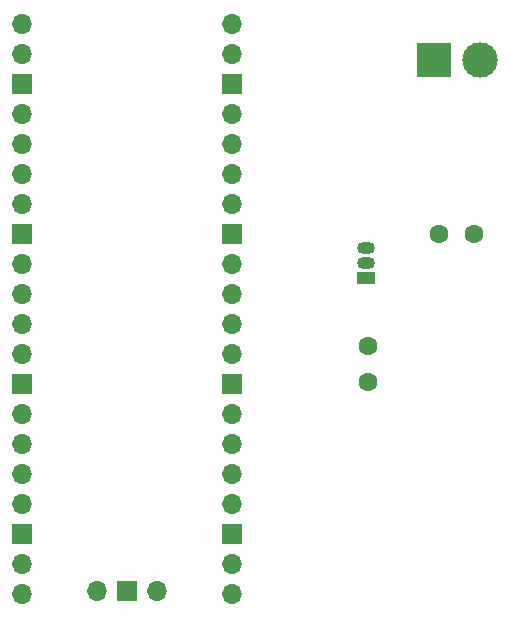
<source format=gbr>
%TF.GenerationSoftware,KiCad,Pcbnew,8.0.0*%
%TF.CreationDate,2024-03-28T11:04:24-03:00*%
%TF.ProjectId,PonderadaSemana6,506f6e64-6572-4616-9461-53656d616e61,rev?*%
%TF.SameCoordinates,Original*%
%TF.FileFunction,Copper,L2,Bot*%
%TF.FilePolarity,Positive*%
%FSLAX46Y46*%
G04 Gerber Fmt 4.6, Leading zero omitted, Abs format (unit mm)*
G04 Created by KiCad (PCBNEW 8.0.0) date 2024-03-28 11:04:24*
%MOMM*%
%LPD*%
G01*
G04 APERTURE LIST*
%TA.AperFunction,ComponentPad*%
%ADD10O,1.700000X1.700000*%
%TD*%
%TA.AperFunction,ComponentPad*%
%ADD11R,1.700000X1.700000*%
%TD*%
%TA.AperFunction,ComponentPad*%
%ADD12C,1.600000*%
%TD*%
%TA.AperFunction,ComponentPad*%
%ADD13R,1.500000X1.050000*%
%TD*%
%TA.AperFunction,ComponentPad*%
%ADD14O,1.500000X1.050000*%
%TD*%
%TA.AperFunction,ComponentPad*%
%ADD15R,3.000000X3.000000*%
%TD*%
%TA.AperFunction,ComponentPad*%
%ADD16C,3.000000*%
%TD*%
G04 APERTURE END LIST*
D10*
%TO.P,U2,1,GPIO0*%
%TO.N,unconnected-(U2-GPIO0-Pad1)*%
X116220000Y-73740000D03*
%TO.P,U2,2,GPIO1*%
%TO.N,unconnected-(U2-GPIO1-Pad2)*%
X116220000Y-76280000D03*
D11*
%TO.P,U2,3,GND*%
%TO.N,unconnected-(U2-GND-Pad3)*%
X116220000Y-78820000D03*
D10*
%TO.P,U2,4,GPIO2*%
%TO.N,unconnected-(U2-GPIO2-Pad4)*%
X116220000Y-81360000D03*
%TO.P,U2,5,GPIO3*%
%TO.N,unconnected-(U2-GPIO3-Pad5)*%
X116220000Y-83900000D03*
%TO.P,U2,6,GPIO4*%
%TO.N,unconnected-(U2-GPIO4-Pad6)*%
X116220000Y-86440000D03*
%TO.P,U2,7,GPIO5*%
%TO.N,unconnected-(U2-GPIO5-Pad7)*%
X116220000Y-88980000D03*
D11*
%TO.P,U2,8,GND*%
%TO.N,unconnected-(U2-GND-Pad8)*%
X116220000Y-91520000D03*
D10*
%TO.P,U2,9,GPIO6*%
%TO.N,unconnected-(U2-GPIO6-Pad9)*%
X116220000Y-94060000D03*
%TO.P,U2,10,GPIO7*%
%TO.N,unconnected-(U2-GPIO7-Pad10)*%
X116220000Y-96600000D03*
%TO.P,U2,11,GPIO8*%
%TO.N,unconnected-(U2-GPIO8-Pad11)*%
X116220000Y-99140000D03*
%TO.P,U2,12,GPIO9*%
%TO.N,unconnected-(U2-GPIO9-Pad12)*%
X116220000Y-101680000D03*
D11*
%TO.P,U2,13,GND*%
%TO.N,unconnected-(U2-GND-Pad13)*%
X116220000Y-104220000D03*
D10*
%TO.P,U2,14,GPIO10*%
%TO.N,unconnected-(U2-GPIO10-Pad14)*%
X116220000Y-106760000D03*
%TO.P,U2,15,GPIO11*%
%TO.N,unconnected-(U2-GPIO11-Pad15)*%
X116220000Y-109300000D03*
%TO.P,U2,16,GPIO12*%
%TO.N,unconnected-(U2-GPIO12-Pad16)*%
X116220000Y-111840000D03*
%TO.P,U2,17,GPIO13*%
%TO.N,unconnected-(U2-GPIO13-Pad17)*%
X116220000Y-114380000D03*
D11*
%TO.P,U2,18,GND*%
%TO.N,unconnected-(U2-GND-Pad18)*%
X116220000Y-116920000D03*
D10*
%TO.P,U2,19,GPIO14*%
%TO.N,unconnected-(U2-GPIO14-Pad19)*%
X116220000Y-119460000D03*
%TO.P,U2,20,GPIO15*%
%TO.N,unconnected-(U2-GPIO15-Pad20)*%
X116220000Y-122000000D03*
%TO.P,U2,21,GPIO16*%
%TO.N,unconnected-(U2-GPIO16-Pad21)*%
X134000000Y-122000000D03*
%TO.P,U2,22,GPIO17*%
%TO.N,unconnected-(U2-GPIO17-Pad22)*%
X134000000Y-119460000D03*
D11*
%TO.P,U2,23,GND*%
%TO.N,unconnected-(U2-GND-Pad23)*%
X134000000Y-116920000D03*
D10*
%TO.P,U2,24,GPIO18*%
%TO.N,unconnected-(U2-GPIO18-Pad24)*%
X134000000Y-114380000D03*
%TO.P,U2,25,GPIO19*%
%TO.N,unconnected-(U2-GPIO19-Pad25)*%
X134000000Y-111840000D03*
%TO.P,U2,26,GPIO20*%
%TO.N,unconnected-(U2-GPIO20-Pad26)*%
X134000000Y-109300000D03*
%TO.P,U2,27,GPIO21*%
%TO.N,unconnected-(U2-GPIO21-Pad27)*%
X134000000Y-106760000D03*
D11*
%TO.P,U2,28,GND*%
%TO.N,unconnected-(U2-GND-Pad28)*%
X134000000Y-104220000D03*
D10*
%TO.P,U2,29,GPIO22*%
%TO.N,unconnected-(U2-GPIO22-Pad29)*%
X134000000Y-101680000D03*
%TO.P,U2,30,RUN*%
%TO.N,unconnected-(U2-RUN-Pad30)*%
X134000000Y-99140000D03*
%TO.P,U2,31,GPIO26_ADC0*%
%TO.N,unconnected-(U2-GPIO26_ADC0-Pad31)*%
X134000000Y-96600000D03*
%TO.P,U2,32,GPIO27_ADC1*%
%TO.N,unconnected-(U2-GPIO27_ADC1-Pad32)*%
X134000000Y-94060000D03*
D11*
%TO.P,U2,33,AGND*%
%TO.N,unconnected-(U2-AGND-Pad33)*%
X134000000Y-91520000D03*
D10*
%TO.P,U2,34,GPIO28_ADC2*%
%TO.N,unconnected-(U2-GPIO28_ADC2-Pad34)*%
X134000000Y-88980000D03*
%TO.P,U2,35,ADC_VREF*%
%TO.N,unconnected-(U2-ADC_VREF-Pad35)*%
X134000000Y-86440000D03*
%TO.P,U2,36,3V3*%
%TO.N,3v3*%
X134000000Y-83900000D03*
%TO.P,U2,37,3V3_EN*%
%TO.N,unconnected-(U2-3V3_EN-Pad37)*%
X134000000Y-81360000D03*
D11*
%TO.P,U2,38,GND*%
%TO.N,Net-(R5-Pad1)*%
X134000000Y-78820000D03*
D10*
%TO.P,U2,39,VSYS*%
%TO.N,VSYS*%
X134000000Y-76280000D03*
%TO.P,U2,40,VBUS*%
%TO.N,unconnected-(U2-VBUS-Pad40)*%
X134000000Y-73740000D03*
%TO.P,U2,41,SWCLK*%
%TO.N,unconnected-(U2-SWCLK-Pad41)*%
X122570000Y-121770000D03*
D11*
%TO.P,U2,42,GND*%
%TO.N,unconnected-(U2-GND-Pad42)*%
X125110000Y-121770000D03*
D10*
%TO.P,U2,43,SWDIO*%
%TO.N,unconnected-(U2-SWDIO-Pad43)*%
X127650000Y-121770000D03*
%TD*%
D12*
%TO.P,R7,1*%
%TO.N,Net-(D2-A)*%
X145500000Y-104000000D03*
%TO.P,R7,2*%
%TO.N,Net-(Q2-C)*%
X145500000Y-101000000D03*
%TD*%
%TO.P,R5,1*%
%TO.N,Net-(R5-Pad1)*%
X151500000Y-91500000D03*
%TO.P,R5,2*%
%TO.N,Net-(Q2-B)*%
X154500000Y-91500000D03*
%TD*%
D13*
%TO.P,Q2,1,C*%
%TO.N,Net-(Q2-C)*%
X145360000Y-95270000D03*
D14*
%TO.P,Q2,2,B*%
%TO.N,Net-(Q2-B)*%
X145360000Y-94000000D03*
%TO.P,Q2,3,E*%
%TO.N,3v3*%
X145360000Y-92730000D03*
%TD*%
D15*
%TO.P,J1,1,Pin_1*%
%TO.N,VSYS*%
X151092500Y-76750000D03*
D16*
%TO.P,J1,2,Pin_2*%
%TO.N,GND*%
X154972500Y-76750000D03*
%TD*%
M02*

</source>
